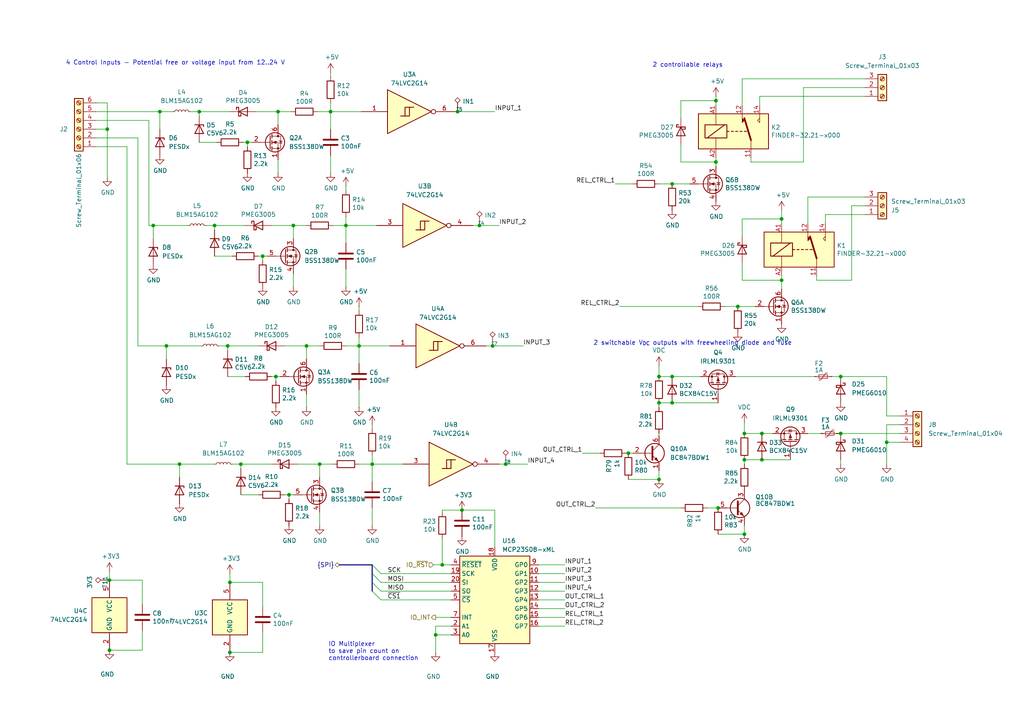
<source format=kicad_sch>
(kicad_sch (version 20250114) (generator "eeschema") (generator_version "9.0")
  (paper "A4")
  (title_block (title "HODOR (Highly flexible Open-source Door Operation Regulator)") (date "2025-02-21") (rev "00") (company "smartintech.de"))
  (text "4 Control Inputs - Potential free or voltage input from 12..24 V" (at 19.05 19.05 0) (effects (font (size 1.27 1.27)) (justify left bottom)))
  (text "2 controllable relays" (at 189.23 19.685 0) (effects (font (size 1.27 1.27)) (justify left bottom)))
  (text "2 switchable V_{DC} outputs with freewheeling diode and fuse" (at 172.085 100.33 0) (effects (font (size 1.27 1.27)) (justify left bottom)))
  (text "IO Multiplexer \nto save pin count on \ncontrollerboard connection" (at 95.25 191.77 0) (effects (font (size 1.27 1.27)) (justify left bottom)))
  (junction (at 208.28 147.32))
  (junction (at 80.01 109.22))
  (junction (at 243.84 125.73))
  (junction (at 76.2 74.295))
  (junction (at 128.27 163.83))
  (junction (at 107.95 134.62))
  (junction (at 194.945 53.34))
  (junction (at 44.45 65.405))
  (junction (at 133.985 147.955))
  (junction (at 213.995 88.9))
  (junction (at 92.71 134.62))
  (junction (at 132.715 32.385))
  (junction (at 104.14 100.33))
  (junction (at 215.9 133.35))
  (junction (at 31.115 37.465))
  (junction (at 48.26 100.33))
  (junction (at 243.84 109.22))
  (junction (at 220.98 133.35))
  (junction (at 85.09 65.405))
  (junction (at 194.945 116.84))
  (junction (at 66.675 168.91))
  (junction (at 52.07 134.62))
  (junction (at 182.245 131.445))
  (junction (at 95.885 32.385))
  (junction (at 83.82 143.51))
  (junction (at 226.695 81.28))
  (junction (at 31.75 168.275))
  (junction (at 215.9 154.94))
  (junction (at 100.33 65.405))
  (junction (at 220.98 125.73))
  (junction (at 57.785 32.385))
  (junction (at 207.645 46.99))
  (junction (at 66.675 189.23))
  (junction (at 207.645 29.21))
  (junction (at 215.9 125.73))
  (junction (at 62.23 65.405))
  (junction (at 191.135 139.065))
  (junction (at 80.645 32.385))
  (junction (at 88.9 100.33))
  (junction (at 226.695 63.5))
  (junction (at 71.755 41.275))
  (junction (at 194.945 109.22))
  (junction (at 146.685 134.62))
  (junction (at 31.75 188.595))
  (junction (at 66.04 100.33))
  (junction (at 126.365 184.15))
  (junction (at 191.135 116.84))
  (junction (at 142.875 100.33))
  (junction (at 257.175 128.27))
  (junction (at 46.355 32.385))
  (junction (at 69.85 134.62))
  (junction (at 191.135 109.22))
  (junction (at 139.065 65.405))
  (bus_entry (at 107.95 171.45) (size 2.54 2.54))
  (bus_entry (at 107.95 163.83) (size 2.54 2.54))
  (bus_entry (at 107.95 166.37) (size 2.54 2.54))
  (bus_entry (at 107.95 168.91) (size 2.54 2.54))
  (wire (pts (xy 260.985 128.27) (xy 257.175 128.27)))
  (wire (pts (xy 156.21 173.99) (xy 163.83 173.99)))
  (wire (pts (xy 69.85 134.62) (xy 78.74 134.62)))
  (wire (pts (xy 208.28 154.94) (xy 215.9 154.94)))
  (wire (pts (xy 88.9 100.33) (xy 92.71 100.33)))
  (wire (pts (xy 182.245 131.445) (xy 183.515 131.445)))
  (wire (pts (xy 41.275 168.275) (xy 41.275 175.26)))
  (wire (pts (xy 95.885 32.385) (xy 95.885 37.465)))
  (wire (pts (xy 156.21 176.53) (xy 163.83 176.53)))
  (wire (pts (xy 27.94 40.005) (xy 40.005 40.005)))
  (wire (pts (xy 191.135 106.045) (xy 191.135 109.22)))
  (wire (pts (xy 191.135 136.525) (xy 191.135 139.065)))
  (wire (pts (xy 104.14 113.03) (xy 104.14 118.11)))
  (wire (pts (xy 233.045 25.4) (xy 233.045 46.99)))
  (wire (pts (xy 215.265 63.5) (xy 215.265 68.58)))
  (wire (pts (xy 66.675 168.91) (xy 76.2 168.91)))
  (wire (pts (xy 202.565 88.9) (xy 179.705 88.9)))
  (wire (pts (xy 107.95 147.32) (xy 107.95 152.4)))
  (wire (pts (xy 207.645 27.94) (xy 207.645 29.21)))
  (wire (pts (xy 92.075 32.385) (xy 95.885 32.385)))
  (wire (pts (xy 191.135 53.34) (xy 194.945 53.34)))
  (wire (pts (xy 55.245 32.385) (xy 57.785 32.385)))
  (wire (pts (xy 100.33 78.105) (xy 100.33 83.185)))
  (wire (pts (xy 63.5 100.33) (xy 66.04 100.33)))
  (wire (pts (xy 92.71 152.4) (xy 92.71 148.59)))
  (wire (pts (xy 50.165 32.385) (xy 46.355 32.385)))
  (wire (pts (xy 57.785 32.385) (xy 66.675 32.385)))
  (wire (pts (xy 31.75 165.735) (xy 31.75 168.275)))
  (wire (pts (xy 156.21 166.37) (xy 163.83 166.37)))
  (wire (pts (xy 220.98 125.73) (xy 224.155 125.73)))
  (wire (pts (xy 194.945 116.84) (xy 208.28 116.84)))
  (wire (pts (xy 241.3 109.22) (xy 243.84 109.22)))
  (wire (pts (xy 146.685 134.62) (xy 153.035 134.62)))
  (wire (pts (xy 36.83 134.62) (xy 52.07 134.62)))
  (wire (pts (xy 197.485 46.99) (xy 197.485 41.91)))
  (wire (pts (xy 80.645 32.385) (xy 84.455 32.385)))
  (wire (pts (xy 220.98 133.35) (xy 229.235 133.35)))
  (wire (pts (xy 86.36 134.62) (xy 92.71 134.62)))
  (wire (pts (xy 82.55 143.51) (xy 83.82 143.51)))
  (wire (pts (xy 54.61 65.405) (xy 44.45 65.405)))
  (wire (pts (xy 207.645 46.99) (xy 197.485 46.99)))
  (wire (pts (xy 74.93 74.295) (xy 76.2 74.295)))
  (wire (pts (xy 172.72 147.32) (xy 197.485 147.32)))
  (wire (pts (xy 95.885 29.845) (xy 95.885 32.385)))
  (wire (pts (xy 66.04 101.6) (xy 66.04 100.33)))
  (wire (pts (xy 215.265 22.86) (xy 215.265 30.48)))
  (wire (pts (xy 143.51 158.75) (xy 143.51 147.955)))
  (wire (pts (xy 226.695 83.82) (xy 226.695 81.28)))
  (wire (pts (xy 41.275 188.595) (xy 41.275 182.88)))
  (wire (pts (xy 215.9 133.35) (xy 215.9 134.62)))
  (wire (pts (xy 31.75 168.275) (xy 41.275 168.275)))
  (wire (pts (xy 247.015 59.69) (xy 247.015 81.28)))
  (wire (pts (xy 191.135 109.22) (xy 194.945 109.22)))
  (wire (pts (xy 194.945 53.34) (xy 200.025 53.34)))
  (wire (pts (xy 128.27 147.955) (xy 133.985 147.955)))
  (wire (pts (xy 143.51 147.955) (xy 133.985 147.955)))
  (wire (pts (xy 66.675 189.23) (xy 76.2 189.23)))
  (wire (pts (xy 168.91 131.445) (xy 173.99 131.445)))
  (wire (pts (xy 27.94 37.465) (xy 31.115 37.465)))
  (wire (pts (xy 67.31 134.62) (xy 69.85 134.62)))
  (wire (pts (xy 74.295 32.385) (xy 80.645 32.385)))
  (wire (pts (xy 207.645 29.21) (xy 197.485 29.21)))
  (wire (pts (xy 48.26 100.33) (xy 48.26 104.14)))
  (wire (pts (xy 27.94 42.545) (xy 36.83 42.545)))
  (wire (pts (xy 107.95 123.19) (xy 107.95 124.46)))
  (wire (pts (xy 110.49 166.37) (xy 130.81 166.37)))
  (bus (pts (xy 107.95 163.83) (xy 98.425 163.83)))
  (wire (pts (xy 104.14 97.79) (xy 104.14 100.33)))
  (wire (pts (xy 250.825 59.69) (xy 247.015 59.69)))
  (wire (pts (xy 82.55 100.33) (xy 88.9 100.33)))
  (wire (pts (xy 110.49 173.99) (xy 130.81 173.99)))
  (wire (pts (xy 220.345 30.48) (xy 220.345 27.94)))
  (wire (pts (xy 239.395 62.23) (xy 239.395 64.77)))
  (wire (pts (xy 257.175 120.65) (xy 260.985 120.65)))
  (wire (pts (xy 88.9 104.14) (xy 88.9 100.33)))
  (wire (pts (xy 220.345 27.94) (xy 250.825 27.94)))
  (wire (pts (xy 125.73 163.83) (xy 128.27 163.83)))
  (wire (pts (xy 126.365 181.61) (xy 126.365 184.15)))
  (wire (pts (xy 43.18 65.405) (xy 44.45 65.405)))
  (wire (pts (xy 260.985 123.19) (xy 257.175 123.19)))
  (wire (pts (xy 181.61 131.445) (xy 182.245 131.445)))
  (wire (pts (xy 107.95 132.08) (xy 107.95 134.62)))
  (wire (pts (xy 80.645 50.165) (xy 80.645 46.355)))
  (wire (pts (xy 104.14 134.62) (xy 107.95 134.62)))
  (wire (pts (xy 36.83 42.545) (xy 36.83 134.62)))
  (wire (pts (xy 226.695 63.5) (xy 226.695 64.77)))
  (wire (pts (xy 43.18 34.925) (xy 43.18 65.405)))
  (wire (pts (xy 100.33 65.405) (xy 109.22 65.405)))
  (wire (pts (xy 137.16 65.405) (xy 139.065 65.405)))
  (wire (pts (xy 156.21 171.45) (xy 163.83 171.45)))
  (wire (pts (xy 130.81 181.61) (xy 126.365 181.61)))
  (wire (pts (xy 215.9 133.35) (xy 220.98 133.35)))
  (wire (pts (xy 183.515 53.34) (xy 178.435 53.34)))
  (wire (pts (xy 31.115 37.465) (xy 31.115 51.435)))
  (wire (pts (xy 69.85 135.89) (xy 69.85 134.62)))
  (wire (pts (xy 226.695 63.5) (xy 215.265 63.5)))
  (wire (pts (xy 76.2 75.565) (xy 76.2 74.295)))
  (wire (pts (xy 100.33 65.405) (xy 100.33 70.485)))
  (wire (pts (xy 92.71 138.43) (xy 92.71 134.62)))
  (wire (pts (xy 78.74 109.22) (xy 80.01 109.22)))
  (wire (pts (xy 250.825 25.4) (xy 233.045 25.4)))
  (wire (pts (xy 104.14 100.33) (xy 104.14 105.41)))
  (wire (pts (xy 128.27 148.59) (xy 128.27 147.955)))
  (wire (pts (xy 213.995 88.9) (xy 219.075 88.9)))
  (wire (pts (xy 107.95 134.62) (xy 116.84 134.62)))
  (wire (pts (xy 207.645 46.99) (xy 207.645 48.26)))
  (wire (pts (xy 74.93 143.51) (xy 69.85 143.51)))
  (wire (pts (xy 233.045 46.99) (xy 217.805 46.99)))
  (wire (pts (xy 27.94 29.845) (xy 31.115 29.845)))
  (wire (pts (xy 210.185 88.9) (xy 213.995 88.9)))
  (wire (pts (xy 139.065 65.405) (xy 144.78 65.405)))
  (wire (pts (xy 217.805 46.99) (xy 217.805 45.72)))
  (wire (pts (xy 95.885 45.085) (xy 95.885 50.165)))
  (wire (pts (xy 104.14 88.9) (xy 104.14 90.17)))
  (wire (pts (xy 191.135 116.84) (xy 194.945 116.84)))
  (wire (pts (xy 191.135 125.73) (xy 191.135 126.365)))
  (wire (pts (xy 226.695 81.28) (xy 215.265 81.28)))
  (wire (pts (xy 67.31 74.295) (xy 62.23 74.295)))
  (wire (pts (xy 85.09 83.185) (xy 85.09 79.375)))
  (wire (pts (xy 243.205 125.73) (xy 243.84 125.73)))
  (wire (pts (xy 100.33 62.865) (xy 100.33 65.405)))
  (wire (pts (xy 58.42 100.33) (xy 48.26 100.33)))
  (wire (pts (xy 126.365 179.07) (xy 130.81 179.07)))
  (wire (pts (xy 83.82 144.78) (xy 83.82 143.51)))
  (wire (pts (xy 96.52 65.405) (xy 100.33 65.405)))
  (wire (pts (xy 27.94 34.925) (xy 43.18 34.925)))
  (wire (pts (xy 126.365 184.15) (xy 126.365 189.23)))
  (wire (pts (xy 40.005 100.33) (xy 48.26 100.33)))
  (wire (pts (xy 110.49 168.91) (xy 130.81 168.91)))
  (wire (pts (xy 62.23 65.405) (xy 71.12 65.405)))
  (wire (pts (xy 226.695 60.96) (xy 226.695 63.5)))
  (wire (pts (xy 236.855 81.28) (xy 236.855 80.01)))
  (wire (pts (xy 46.355 32.385) (xy 46.355 37.465)))
  (bus (pts (xy 107.95 163.83) (xy 107.95 166.37)))
  (wire (pts (xy 215.265 22.86) (xy 250.825 22.86)))
  (wire (pts (xy 27.94 32.385) (xy 46.355 32.385)))
  (wire (pts (xy 40.005 40.005) (xy 40.005 100.33)))
  (wire (pts (xy 132.715 32.385) (xy 143.51 32.385)))
  (wire (pts (xy 207.645 29.21) (xy 207.645 30.48)))
  (wire (pts (xy 213.36 109.22) (xy 236.22 109.22)))
  (wire (pts (xy 71.755 42.545) (xy 71.755 41.275)))
  (wire (pts (xy 215.265 81.28) (xy 215.265 76.2)))
  (wire (pts (xy 243.84 134.62) (xy 243.84 133.35)))
  (wire (pts (xy 243.84 125.73) (xy 260.985 125.73)))
  (wire (pts (xy 110.49 171.45) (xy 130.81 171.45)))
  (wire (pts (xy 80.645 36.195) (xy 80.645 32.385)))
  (wire (pts (xy 234.315 125.73) (xy 238.125 125.73)))
  (wire (pts (xy 156.21 181.61) (xy 163.83 181.61)))
  (wire (pts (xy 215.9 152.4) (xy 215.9 154.94)))
  (wire (pts (xy 126.365 184.15) (xy 130.81 184.15)))
  (wire (pts (xy 144.78 134.62) (xy 146.685 134.62)))
  (wire (pts (xy 194.945 109.22) (xy 203.2 109.22)))
  (wire (pts (xy 44.45 65.405) (xy 44.45 69.215)))
  (wire (pts (xy 85.09 65.405) (xy 88.9 65.405)))
  (wire (pts (xy 128.27 163.83) (xy 130.81 163.83)))
  (wire (pts (xy 31.75 188.595) (xy 41.275 188.595)))
  (wire (pts (xy 78.74 65.405) (xy 85.09 65.405)))
  (bus (pts (xy 107.95 168.91) (xy 107.95 171.45)))
  (wire (pts (xy 76.2 168.91) (xy 76.2 175.895)))
  (bus (pts (xy 107.95 166.37) (xy 107.95 168.91)))
  (wire (pts (xy 52.07 134.62) (xy 52.07 138.43)))
  (wire (pts (xy 234.315 57.15) (xy 234.315 64.77)))
  (wire (pts (xy 191.135 116.84) (xy 191.135 118.11)))
  (wire (pts (xy 88.9 118.11) (xy 88.9 114.3)))
  (wire (pts (xy 76.2 189.23) (xy 76.2 183.515)))
  (wire (pts (xy 250.825 57.15) (xy 234.315 57.15)))
  (wire (pts (xy 100.33 100.33) (xy 104.14 100.33)))
  (wire (pts (xy 243.84 109.22) (xy 257.175 109.22)))
  (wire (pts (xy 71.12 109.22) (xy 66.04 109.22)))
  (wire (pts (xy 257.175 109.22) (xy 257.175 120.65)))
  (wire (pts (xy 104.14 100.33) (xy 113.03 100.33)))
  (wire (pts (xy 156.21 179.07) (xy 163.83 179.07)))
  (wire (pts (xy 76.2 74.295) (xy 77.47 74.295)))
  (wire (pts (xy 57.785 33.655) (xy 57.785 32.385)))
  (wire (pts (xy 226.695 81.28) (xy 226.695 80.01)))
  (wire (pts (xy 83.82 143.51) (xy 85.09 143.51)))
  (wire (pts (xy 70.485 41.275) (xy 71.755 41.275)))
  (wire (pts (xy 257.175 128.27) (xy 257.175 134.62)))
  (wire (pts (xy 107.95 134.62) (xy 107.95 139.7)))
  (wire (pts (xy 95.885 32.385) (xy 104.775 32.385)))
  (wire (pts (xy 140.97 100.33) (xy 142.875 100.33)))
  (wire (pts (xy 128.27 156.21) (xy 128.27 163.83)))
  (wire (pts (xy 250.825 62.23) (xy 239.395 62.23)))
  (wire (pts (xy 215.9 122.555) (xy 215.9 125.73)))
  (wire (pts (xy 80.01 110.49) (xy 80.01 109.22)))
  (wire (pts (xy 257.175 123.19) (xy 257.175 128.27)))
  (wire (pts (xy 92.71 134.62) (xy 96.52 134.62)))
  (wire (pts (xy 100.33 53.975) (xy 100.33 55.245)))
  (wire (pts (xy 205.105 147.32) (xy 208.28 147.32)))
  (wire (pts (xy 59.69 65.405) (xy 62.23 65.405)))
  (wire (pts (xy 142.875 100.33) (xy 151.765 100.33)))
  (wire (pts (xy 62.865 41.275) (xy 57.785 41.275)))
  (wire (pts (xy 215.9 125.73) (xy 220.98 125.73)))
  (wire (pts (xy 62.23 134.62) (xy 52.07 134.62)))
  (wire (pts (xy 191.135 139.065) (xy 182.245 139.065)))
  (wire (pts (xy 85.09 69.215) (xy 85.09 65.405)))
  (wire (pts (xy 95.885 20.955) (xy 95.885 22.225)))
  (wire (pts (xy 62.23 66.675) (xy 62.23 65.405)))
  (wire (pts (xy 66.04 100.33) (xy 74.93 100.33)))
  (wire (pts (xy 197.485 29.21) (xy 197.485 34.29)))
  (wire (pts (xy 71.755 41.275) (xy 73.025 41.275)))
  (wire (pts (xy 156.21 163.83) (xy 163.83 163.83)))
  (wire (pts (xy 247.015 81.28) (xy 236.855 81.28)))
  (wire (pts (xy 66.675 168.91) (xy 66.675 166.37)))
  (wire (pts (xy 80.01 109.22) (xy 81.28 109.22)))
  (wire (pts (xy 207.645 45.72) (xy 207.645 46.99)))
  (wire (pts (xy 31.115 29.845) (xy 31.115 37.465)))
  (wire (pts (xy 156.21 168.91) (xy 163.83 168.91)))
  (label "OUT_CTRL_2" (at 172.72 147.32 180))
  (label "INPUT_2" (at 144.78 65.405 0))
  (label "INPUT_4" (at 153.035 134.62 0))
  (label "INPUT_1" (at 143.51 32.385 0))
  (label "MISO" (at 112.395 171.45 0))
  (label "INPUT_3" (at 151.765 100.33 0))
  (label "SCK" (at 112.395 166.37 0))
  (label "REL_CTRL_2" (at 179.705 88.9 180))
  (label "INPUT_4" (at 163.83 171.45 0))
  (label "REL_CTRL_1" (at 178.435 53.34 180))
  (label "MOSI" (at 112.395 168.91 0))
  (label "OUT_CTRL_1" (at 163.83 173.99 0))
  (label "REL_CTRL_1" (at 163.83 179.07 0))
  (label "OUT_CTRL_1" (at 168.91 131.445 180))
  (label "INPUT_1" (at 163.83 163.83 0))
  (label "OUT_CTRL_2" (at 163.83 176.53 0))
  (label "INPUT_3" (at 163.83 168.91 0))
  (label "INPUT_2" (at 163.83 166.37 0))
  (label "REL_CTRL_2" (at 163.83 181.61 0))
  (label "~{CS1}" (at 112.395 173.99 0))
  (hierarchical_label "IO_INT" (shape output) (at 126.365 179.07 180))
  (hierarchical_label "{SPI}" (shape bidirectional) (at 98.425 163.83 180))
  (hierarchical_label "IO_~{RST}" (shape input) (at 125.73 163.83 180))
  (symbol (lib_id "Device:D_Schottky") (at 197.485 38.1 90) (mirror x) (unit 1)
    (property "Reference" "D27" (at 195.453 36.9316 90) (effects (justify left)))
    (property "Value" "PMEG3005" (at 195.453 39.243 90) (effects (justify left)))
    (property "Footprint" "Diode_SMD:D_SOD-523" (effects (hide yes)))
    (property "Description" "Schottky diode" (effects (hide yes)))
  )
  (symbol (lib_id "Device:D_Schottky") (at 215.265 72.39 90) (mirror x) (unit 1)
    (property "Reference" "D26" (at 213.233 71.2216 90) (effects (justify left)))
    (property "Value" "PMEG3005" (at 213.233 73.533 90) (effects (justify left)))
    (property "Footprint" "Diode_SMD:D_SOD-523" (effects (hide yes)))
    (property "Description" "Schottky diode" (effects (hide yes)))
  )
  (symbol (lib_id "power:GND") (at 226.695 93.98 0) (unit 1)
    (property "Reference" "#PWR046" (effects (hide yes)))
    (property "Value" "GND" (at 226.822 98.3742 0))
    (property "Description" "Power symbol creates a global label with name \"GND\" , ground" (effects (hide yes)))
  )
  (symbol (lib_id "Transistor_FET:FDG1024NZ") (at 224.155 88.9 0) (unit 1)
    (property "Reference" "Q6" (at 229.362 87.7316 0) (effects (justify left)))
    (property "Value" "BSS138DW" (at 229.362 90.043 0) (effects (justify left)))
    (property "Footprint" "Package_TO_SOT_SMD:SOT-363_SC-70-6" (effects (hide yes)))
    (property "Datasheet" "https://www.onsemi.com/pub/Collateral/FDG1024NZ-D.pdf" (effects (hide yes)))
    (property "Description" "1.2A Id, 20V Vds, Dual N-Channel MOSFET, 175mOhm Ron, SC-70-6" (effects (hide yes)))
  )
  (symbol (lib_id "power:+5V") (at 226.695 60.96 0) (unit 1)
    (property "Reference" "#PWR045" (effects (hide yes)))
    (property "Value" "+5V" (at 227.076 56.5658 0))
    (property "Description" "Power symbol creates a global label with name \"+5V\"" (effects (hide yes)))
  )
  (symbol (lib_id "Device:R") (at 194.945 57.15 0) (unit 1)
    (property "Reference" "R53" (at 196.723 55.9816 0) (effects (justify left)))
    (property "Value" "20k" (at 196.723 58.293 0) (effects (justify left)))
    (property "Footprint" "Resistor_SMD:R_0402_1005Metric" (effects (hide yes)))
    (property "Description" "Resistor" (effects (hide yes)))
  )
  (symbol (lib_id "Device:R") (at 213.995 92.71 0) (unit 1)
    (property "Reference" "R55" (at 215.773 91.5416 0) (effects (justify left)))
    (property "Value" "20k" (at 215.773 93.853 0) (effects (justify left)))
    (property "Footprint" "Resistor_SMD:R_0402_1005Metric" (effects (hide yes)))
    (property "Description" "Resistor" (effects (hide yes)))
  )
  (symbol (lib_id "Device:R") (at 206.375 88.9 270) (unit 1)
    (property "Reference" "R56" (at 206.375 83.6422 90))
    (property "Value" "100R" (at 206.375 85.9536 90))
    (property "Footprint" "Resistor_SMD:R_0402_1005Metric" (effects (hide yes)))
    (property "Description" "Resistor" (effects (hide yes)))
  )
  (symbol (lib_id "Device:R") (at 187.325 53.34 270) (unit 1)
    (property "Reference" "R54" (at 187.325 48.0822 90))
    (property "Value" "100R" (at 187.325 50.3936 90))
    (property "Footprint" "Resistor_SMD:R_0402_1005Metric" (effects (hide yes)))
    (property "Description" "Resistor" (effects (hide yes)))
  )
  (symbol (lib_id "Device:R") (at 66.675 41.275 270) (unit 1)
    (property "Reference" "R5" (at 66.675 36.0172 90))
    (property "Value" "2.2k" (at 66.675 38.3286 90))
    (property "Footprint" "Resistor_SMD:R_0402_1005Metric" (effects (hide yes)))
    (property "Description" "Resistor" (effects (hide yes)))
  )
  (symbol (lib_id "Device:R") (at 95.885 26.035 0) (unit 1)
    (property "Reference" "R12" (at 97.663 24.8666 0) (effects (justify left)))
    (property "Value" "10k" (at 97.663 27.178 0) (effects (justify left)))
    (property "Footprint" "Resistor_SMD:R_0402_1005Metric" (effects (hide yes)))
    (property "Description" "Resistor" (effects (hide yes)))
  )
  (symbol (lib_id "Transistor_FET:FDG1024NZ") (at 205.105 53.34 0) (unit 2)
    (property "Reference" "Q6" (at 210.312 52.1716 0) (effects (justify left)))
    (property "Value" "BSS138DW" (at 210.312 54.483 0) (effects (justify left)))
    (property "Footprint" "Package_TO_SOT_SMD:SOT-363_SC-70-6" (effects (hide yes)))
    (property "Datasheet" "https://www.onsemi.com/pub/Collateral/FDG1024NZ-D.pdf" (effects (hide yes)))
    (property "Description" "1.2A Id, 20V Vds, Dual N-Channel MOSFET, 175mOhm Ron, SC-70-6" (effects (hide yes)))
  )
  (symbol (lib_id "Device:D_Schottky") (at 70.485 32.385 0) (unit 1)
    (property "Reference" "D4" (at 70.485 26.8732 0))
    (property "Value" "PMEG3005" (at 70.485 29.1846 0))
    (property "Footprint" "Diode_SMD:D_SOD-523" (effects (hide yes)))
    (property "Description" "Schottky diode" (effects (hide yes)))
  )
  (symbol (lib_id "Device:C") (at 95.885 41.275 0) (unit 1)
    (property "Reference" "C3" (at 98.806 40.1066 0) (effects (justify left)))
    (property "Value" "100nF" (at 98.806 42.418 0) (effects (justify left)))
    (property "Footprint" "Capacitor_SMD:C_0402_1005Metric" (effects (hide yes)))
    (property "Description" "Unpolarized capacitor" (effects (hide yes)))
  )
  (symbol (lib_id "Device:D_Zener") (at 57.785 37.465 270) (unit 1)
    (property "Reference" "D5" (at 59.817 36.2966 90) (effects (justify left)))
    (property "Value" "C5V6" (at 59.817 38.608 90) (effects (justify left)))
    (property "Footprint" "Diode_SMD:D_SOD-523" (effects (hide yes)))
    (property "Description" "Zener diode" (effects (hide yes)))
  )
  (symbol (lib_id "Device:R") (at 71.755 46.355 0) (unit 1)
    (property "Reference" "R13" (at 73.533 45.1866 0) (effects (justify left)))
    (property "Value" "2.2k" (at 73.533 47.498 0) (effects (justify left)))
    (property "Footprint" "Resistor_SMD:R_0402_1005Metric" (effects (hide yes)))
    (property "Description" "Resistor" (effects (hide yes)))
  )
  (symbol (lib_id "Device:R") (at 88.265 32.385 270) (unit 1)
    (property "Reference" "R4" (at 88.265 27.1272 90))
    (property "Value" "100R" (at 88.265 29.4386 90))
    (property "Footprint" "Resistor_SMD:R_0402_1005Metric" (effects (hide yes)))
    (property "Description" "Resistor" (effects (hide yes)))
  )
  (symbol (lib_id "power:+5V") (at 95.885 20.955 0) (unit 1)
    (property "Reference" "#PWR029" (effects (hide yes)))
    (property "Value" "+5V" (at 96.266 16.5608 0))
    (property "Description" "Power symbol creates a global label with name \"+5V\"" (effects (hide yes)))
  )
  (symbol (lib_id "power:GND") (at 80.645 50.165 0) (unit 1)
    (property "Reference" "#PWR022" (effects (hide yes)))
    (property "Value" "GND" (at 80.772 54.5592 0))
    (property "Description" "Power symbol creates a global label with name \"GND\" , ground" (effects (hide yes)))
  )
  (symbol (lib_id "power:GND") (at 95.885 50.165 0) (unit 1)
    (property "Reference" "#PWR030" (effects (hide yes)))
    (property "Value" "GND" (at 96.012 54.5592 0))
    (property "Description" "Power symbol creates a global label with name \"GND\" , ground" (effects (hide yes)))
  )
  (symbol (lib_id "Device:C") (at 76.2 179.705 0) (unit 1)
    (property "Reference" "C4" (at 79.121 178.5366 0) (effects (justify left)))
    (property "Value" "100nF" (at 79.121 180.848 0) (effects (justify left)))
    (property "Footprint" "Capacitor_SMD:C_0402_1005Metric" (effects (hide yes)))
    (property "Description" "Unpolarized capacitor" (effects (hide yes)))
  )
  (symbol (lib_id "power:+3V3") (at 66.675 166.37 0) (unit 1)
    (property "Reference" "#PWR033" (effects (hide yes)))
    (property "Value" "+3V3" (at 67.056 161.9758 0))
    (property "Description" "Power symbol creates a global label with name \"+3V3\"" (effects (hide yes)))
  )
  (symbol (lib_id "power:GND") (at 66.675 189.23 0) (unit 1)
    (property "Reference" "#PWR034" (effects (hide yes)))
    (property "Value" "GND" (at 66.04 196.215 0))
    (property "Description" "Power symbol creates a global label with name \"GND\" , ground" (effects (hide yes)))
  )
  (symbol (lib_id "Device:R") (at 71.12 74.295 270) (unit 1)
    (property "Reference" "R6" (at 71.12 69.0372 90))
    (property "Value" "2.2k" (at 71.12 71.3486 90))
    (property "Footprint" "Resistor_SMD:R_0402_1005Metric" (effects (hide yes)))
    (property "Description" "Resistor" (effects (hide yes)))
  )
  (symbol (lib_id "Device:R") (at 100.33 59.055 0) (unit 1)
    (property "Reference" "R14" (at 102.108 57.8866 0) (effects (justify left)))
    (property "Value" "10k" (at 102.108 60.198 0) (effects (justify left)))
    (property "Footprint" "Resistor_SMD:R_0402_1005Metric" (effects (hide yes)))
    (property "Description" "Resistor" (effects (hide yes)))
  )
  (symbol (lib_id "Device:D_Schottky") (at 74.93 65.405 0) (unit 1)
    (property "Reference" "D7" (at 74.93 59.8932 0))
    (property "Value" "PMEG3005" (at 74.93 62.2046 0))
    (property "Footprint" "Diode_SMD:D_SOD-523" (effects (hide yes)))
    (property "Description" "Schottky diode" (effects (hide yes)))
  )
  (symbol (lib_id "Device:C") (at 100.33 74.295 0) (unit 1)
    (property "Reference" "C5" (at 103.251 73.1266 0) (effects (justify left)))
    (property "Value" "100nF" (at 103.251 75.438 0) (effects (justify left)))
    (property "Footprint" "Capacitor_SMD:C_0402_1005Metric" (effects (hide yes)))
    (property "Description" "Unpolarized capacitor" (effects (hide yes)))
  )
  (symbol (lib_id "Device:D_Zener") (at 62.23 70.485 270) (unit 1)
    (property "Reference" "D9" (at 64.262 69.3166 90) (effects (justify left)))
    (property "Value" "C5V6" (at 64.262 71.628 90) (effects (justify left)))
    (property "Footprint" "Diode_SMD:D_SOD-523" (effects (hide yes)))
    (property "Description" "Zener diode" (effects (hide yes)))
  )
  (symbol (lib_id "Device:R") (at 76.2 79.375 0) (unit 1)
    (property "Reference" "R15" (at 77.978 78.2066 0) (effects (justify left)))
    (property "Value" "2.2k" (at 77.978 80.518 0) (effects (justify left)))
    (property "Footprint" "Resistor_SMD:R_0402_1005Metric" (effects (hide yes)))
    (property "Description" "Resistor" (effects (hide yes)))
  )
  (symbol (lib_id "Device:R") (at 92.71 65.405 270) (unit 1)
    (property "Reference" "R7" (at 92.71 60.1472 90))
    (property "Value" "100R" (at 92.71 62.4586 90))
    (property "Footprint" "Resistor_SMD:R_0402_1005Metric" (effects (hide yes)))
    (property "Description" "Resistor" (effects (hide yes)))
  )
  (symbol (lib_id "power:+5V") (at 100.33 53.975 0) (unit 1)
    (property "Reference" "#PWR031" (effects (hide yes)))
    (property "Value" "+5V" (at 100.711 49.5808 0))
    (property "Description" "Power symbol creates a global label with name \"+5V\"" (effects (hide yes)))
  )
  (symbol (lib_id "power:GND") (at 85.09 83.185 0) (unit 1)
    (property "Reference" "#PWR028" (effects (hide yes)))
    (property "Value" "GND" (at 85.217 87.5792 0))
    (property "Description" "Power symbol creates a global label with name \"GND\" , ground" (effects (hide yes)))
  )
  (symbol (lib_id "power:GND") (at 100.33 83.185 0) (unit 1)
    (property "Reference" "#PWR032" (effects (hide yes)))
    (property "Value" "GND" (at 100.457 87.5792 0))
    (property "Description" "Power symbol creates a global label with name \"GND\" , ground" (effects (hide yes)))
  )
  (symbol (lib_id "power:GND") (at 76.2 83.185 0) (unit 1)
    (property "Reference" "#PWR023" (effects (hide yes)))
    (property "Value" "GND" (at 76.327 87.5792 0))
    (property "Description" "Power symbol creates a global label with name \"GND\" , ground" (effects (hide yes)))
  )
  (symbol (lib_id "Connector:TestPoint_Alt") (at 31.75 168.275 90) (unit 1) (in_bom no)
    (property "Reference" "T11" (at 30.48 167.005 0) (effects (justify right)))
    (property "Value" "3V3" (at 26.035 167.005 0) (effects (justify right)))
    (property "Footprint" "TestPoint:TestPoint_Pad_D1.0mm" (effects (hide yes)))
    (property "Description" "test point (alternative shape)" (effects (hide yes)))
  )
  (symbol (lib_id "Relay:FINDER-32.21-x000") (at 212.725 38.1 0) (unit 1)
    (property "Reference" "K2" (at 223.647 36.9316 0) (effects (justify left)))
    (property "Value" "FINDER-32.21-x000" (at 223.647 39.243 0) (effects (justify left)))
    (property "Footprint" "Relay_THT:Relay_SPDT_Finder_32.21-x000" (effects (hide yes)))
    (property "Datasheet" "https://gfinder.findernet.com/assets/Series/355/S32EN.pdf" (effects (hide yes)))
    (property "Description" "FINDER 32.21-x000, Single Pole Relay, 6A" (effects (hide yes)))
  )
  (symbol (lib_id "Relay:FINDER-32.21-x000") (at 231.775 72.39 0) (unit 1)
    (property "Reference" "K1" (at 242.697 71.2216 0) (effects (justify left)))
    (property "Value" "FINDER-32.21-x000" (at 242.697 73.533 0) (effects (justify left)))
    (property "Footprint" "Relay_THT:Relay_SPDT_Finder_32.21-x000" (effects (hide yes)))
    (property "Datasheet" "https://gfinder.findernet.com/assets/Series/355/S32EN.pdf" (effects (hide yes)))
    (property "Description" "FINDER 32.21-x000, Single Pole Relay, 6A" (effects (hide yes)))
  )
  (symbol (lib_id "power:GND") (at 207.645 58.42 0) (unit 1)
    (property "Reference" "#PWR043" (effects (hide yes)))
    (property "Value" "GND" (at 207.772 62.8142 0))
    (property "Description" "Power symbol creates a global label with name \"GND\" , ground" (effects (hide yes)))
  )
  (symbol (lib_id "power:GND") (at 143.51 189.23 0) (unit 1)
    (property "Reference" "#PWR060" (effects (hide yes)))
    (property "Value" "GND" (at 142.875 196.215 0))
    (property "Description" "Power symbol creates a global label with name \"GND\" , ground" (effects (hide yes)))
  )
  (symbol (lib_id "power:+3V3") (at 31.75 165.735 0) (unit 1)
    (property "Reference" "#PWR041" (effects (hide yes)))
    (property "Value" "+3V3" (at 32.131 161.3408 0))
    (property "Description" "Power symbol creates a global label with name \"+3V3\"" (effects (hide yes)))
  )
  (symbol (lib_id "power:+3V3") (at 133.985 147.955 0) (unit 1)
    (property "Reference" "#PWR0137" (effects (hide yes)))
    (property "Value" "+3V3" (at 134.366 143.5608 0))
    (property "Description" "Power symbol creates a global label with name \"+3V3\"" (effects (hide yes)))
  )
  (symbol (lib_id "Device:Polyfuse_Small") (at 240.665 125.73 90) (unit 1)
    (property "Reference" "F3" (at 239.395 121.92 90))
    (property "Value" "1A" (at 239.395 123.825 90))
    (property "Footprint" "Fuse:Fuse_1210_3225Metric" (effects (hide yes)))
    (property "Description" "Resettable fuse, polymeric positive temperature coefficient, small symbol" (effects (hide yes)))
  )
  (symbol (lib_id "Transistor_FET:IRLML9301") (at 229.235 128.27 270) (mirror x) (unit 1)
    (property "Reference" "Q9" (at 229.235 118.745 90))
    (property "Value" "IRLML9301" (at 229.235 121.285 90))
    (property "Footprint" "Package_TO_SOT_SMD:SOT-23" (effects (hide yes)))
    (property "Datasheet" "https://www.infineon.com/dgdl/irlml9301pbf.pdf?fileId=5546d462533600a401535668e5e42640" (effects (hide yes)))
    (property "Description" "-3.6A Id, -30V Vds, 64mOhm Rds, P-Channel HEXFET Power MOSFET, SOT-23" (effects (hide yes)))
  )
  (symbol (lib_id "Device:D_Schottky") (at 78.74 100.33 0) (unit 1)
    (property "Reference" "D12" (at 78.74 94.8182 0))
    (property "Value" "PMEG3005" (at 78.74 97.1296 0))
    (property "Footprint" "Diode_SMD:D_SOD-523" (effects (hide yes)))
    (property "Description" "Schottky diode" (effects (hide yes)))
  )
  (symbol (lib_id "Device:R") (at 100.33 134.62 270) (unit 1)
    (property "Reference" "R11" (at 100.33 129.3622 90))
    (property "Value" "100R" (at 100.33 131.6736 90))
    (property "Footprint" "Resistor_SMD:R_0402_1005Metric" (effects (hide yes)))
    (property "Description" "Resistor" (effects (hide yes)))
  )
  (symbol (lib_id "Device:C") (at 133.985 151.765 0) (unit 1)
    (property "Reference" "C11" (at 136.906 150.5966 0) (effects (justify left)))
    (property "Value" "100nF" (at 136.906 152.908 0) (effects (justify left)))
    (property "Footprint" "Capacitor_SMD:C_0402_1005Metric" (effects (hide yes)))
    (property "Description" "Unpolarized capacitor" (effects (hide yes)))
  )
  (symbol (lib_id "74xGxx:74LVC2G14") (at 31.75 178.435 0) (mirror y) (unit 3)
    (property "Reference" "U4" (at 25.4 177.1649 0) (effects (justify left)))
    (property "Value" "74LVC2G14" (at 25.4 179.7049 0) (effects (justify left)))
    (property "Footprint" "Package_TO_SOT_SMD:SOT-23-6" (effects (hide yes)))
    (property "Datasheet" "https://www.ti.com/lit/ds/symlink/sn74lvc2g14.pdf" (effects (hide yes)))
    (property "Description" "Dual NOT Gate, Schmitt Triggered, Low-Voltage CMOS" (effects (hide yes)))
  )
  (symbol (lib_id "74xGxx:74LVC2G14") (at 124.46 65.405 0) (unit 2)
    (property "Reference" "U3" (at 123.19 53.975 0))
    (property "Value" "74LVC2G14" (at 123.19 56.515 0))
    (property "Footprint" "Package_TO_SOT_SMD:SOT-23-6" (effects (hide yes)))
    (property "Datasheet" "https://www.ti.com/lit/ds/symlink/sn74lvc2g14.pdf" (effects (hide yes)))
    (property "Description" "Dual NOT Gate, Schmitt Triggered, Low-Voltage CMOS" (effects (hide yes)))
  )
  (symbol (lib_id "power:GND") (at 194.945 60.96 0) (unit 1)
    (property "Reference" "#PWR026" (effects (hide yes)))
    (property "Value" "GND" (at 195.072 65.3542 0))
    (property "Description" "Power symbol creates a global label with name \"GND\" , ground" (effects (hide yes)))
  )
  (symbol (lib_id "power:GND") (at 31.75 188.595 0) (unit 1)
    (property "Reference" "#PWR042" (effects (hide yes)))
    (property "Value" "GND" (at 31.115 195.58 0))
    (property "Description" "Power symbol creates a global label with name \"GND\" , ground" (effects (hide yes)))
  )
  (symbol (lib_id "Device:C") (at 41.275 179.07 0) (unit 1)
    (property "Reference" "C8" (at 44.196 177.9016 0) (effects (justify left)))
    (property "Value" "100nF" (at 44.196 180.213 0) (effects (justify left)))
    (property "Footprint" "Capacitor_SMD:C_0402_1005Metric" (effects (hide yes)))
    (property "Description" "Unpolarized capacitor" (effects (hide yes)))
  )
  (symbol (lib_id "Transistor_FET:IRLML9301") (at 208.28 111.76 270) (mirror x) (unit 1)
    (property "Reference" "Q4" (at 208.28 102.235 90))
    (property "Value" "IRLML9301" (at 208.28 104.775 90))
    (property "Footprint" "Package_TO_SOT_SMD:SOT-23" (effects (hide yes)))
    (property "Datasheet" "https://www.infineon.com/dgdl/irlml9301pbf.pdf?fileId=5546d462533600a401535668e5e42640" (effects (hide yes)))
    (property "Description" "-3.6A Id, -30V Vds, 64mOhm Rds, P-Channel HEXFET Power MOSFET, SOT-23" (effects (hide yes)))
  )
  (symbol (lib_id "power:GND") (at 243.84 134.62 0) (unit 1)
    (property "Reference" "#PWR0107" (effects (hide yes)))
    (property "Value" "GND" (at 243.967 139.0142 0))
    (property "Description" "Power symbol creates a global label with name \"GND\" , ground" (effects (hide yes)))
  )
  (symbol (lib_id "Device:R") (at 96.52 100.33 270) (unit 1)
    (property "Reference" "R9" (at 96.52 95.0722 90))
    (property "Value" "100R" (at 96.52 97.3836 90))
    (property "Footprint" "Resistor_SMD:R_0402_1005Metric" (effects (hide yes)))
    (property "Description" "Resistor" (effects (hide yes)))
  )
  (symbol (lib_id "Device:D_Schottky") (at 243.84 113.03 270) (unit 1)
    (property "Reference" "D25" (at 247.015 111.4424 90) (effects (justify left)))
    (property "Value" "PMEG6010" (at 247.015 113.9824 90) (effects (justify left)))
    (property "Footprint" "Diode_SMD:D_SOD-123F" (effects (hide yes)))
    (property "Description" "Schottky diode" (effects (hide yes)))
  )
  (symbol (lib_id "74xGxx:74LVC2G14") (at 66.675 179.07 0) (mirror y) (unit 3)
    (property "Reference" "U3" (at 60.325 177.7999 0) (effects (justify left)))
    (property "Value" "74LVC2G14" (at 60.325 180.3399 0) (effects (justify left)))
    (property "Footprint" "Package_TO_SOT_SMD:SOT-23-6" (effects (hide yes)))
    (property "Datasheet" "https://www.ti.com/lit/ds/symlink/sn74lvc2g14.pdf" (effects (hide yes)))
    (property "Description" "Dual NOT Gate, Schmitt Triggered, Low-Voltage CMOS" (effects (hide yes)))
  )
  (symbol (lib_id "Transistor_BJT:BC847BDW1") (at 188.595 131.445 0) (unit 1)
    (property "Reference" "Q10" (at 194.31 130.1749 0) (effects (justify left)))
    (property "Value" "BC847BDW1" (at 194.31 132.7149 0) (effects (justify left)))
    (property "Footprint" "Package_TO_SOT_SMD:SOT-363_SC-70-6" (effects (hide yes)))
    (property "Datasheet" "http://www.onsemi.com/pub_link/Collateral/BC846BDW1T1-D.PDF" (effects (hide yes)))
    (property "Description" "100mA IC, 45V Vce, Dual NPN/NPN Transistors, SOT-363" (effects (hide yes)))
  )
  (symbol (lib_id "Diode:PTVS26VZ1USK") (at 46.355 41.275 270) (unit 1)
    (property "Reference" "D6" (at 48.895 40.0049 90) (effects (justify left)))
    (property "Value" "PESDx" (at 48.895 42.5449 90) (effects (justify left)))
    (property "Footprint" "Diode_SMD:D_SOD-523" (effects (hide yes)))
    (property "Datasheet" "https://assets.nexperia.com/documents/data-sheet/PTVS26VZ1USK.pdf" (effects (hide yes)))
    (property "Description" "26V, 1850W TVS unidirectional diode, DSN1608-2" (effects (hide yes)))
  )
  (symbol (lib_id "power:GND") (at 44.45 76.835 0) (unit 1)
    (property "Reference" "#PWR064" (effects (hide yes)))
    (property "Value" "GND" (at 44.577 81.2292 0))
    (property "Description" "Power symbol creates a global label with name \"GND\" , ground" (effects (hide yes)))
  )
  (symbol (lib_id "Transistor_FET:FDG1024NZ") (at 86.36 109.22 0) (unit 1)
    (property "Reference" "Q3" (at 92.075 107.9499 0) (effects (justify left)))
    (property "Value" "BSS138DW" (at 92.075 110.4899 0) (effects (justify left)))
    (property "Footprint" "Package_TO_SOT_SMD:SOT-363_SC-70-6" (effects (hide yes)))
    (property "Datasheet" "https://www.onsemi.com/pub/Collateral/FDG1024NZ-D.pdf" (effects (hide yes)))
    (property "Description" "1.2A Id, 20V Vds, Dual N-Channel MOSFET, 175mOhm Ron, SC-70-6" (effects (hide yes)))
  )
  (symbol (lib_id "Connector:TestPoint_Alt") (at 142.875 100.33 0) (mirror y) (unit 1) (in_bom no)
    (property "Reference" "T7" (at 144.3482 99.6696 0) (effects (font (size 0.9906 0.9906)) (justify left)))
    (property "Value" "IN3" (at 144.3482 97.3582 0) (effects (justify right)))
    (property "Footprint" "TestPoint:TestPoint_Pad_D1.0mm" (effects (hide yes)))
    (property "Description" "test point (alternative shape)" (effects (hide yes)))
  )
  (symbol (lib_id "Transistor_FET:FDG1024NZ") (at 78.105 41.275 0) (unit 1)
    (property "Reference" "Q2" (at 83.82 40.0049 0) (effects (justify left)))
    (property "Value" "BSS138DW" (at 83.82 42.5449 0) (effects (justify left)))
    (property "Footprint" "Package_TO_SOT_SMD:SOT-363_SC-70-6" (effects (hide yes)))
    (property "Datasheet" "https://www.onsemi.com/pub/Collateral/FDG1024NZ-D.pdf" (effects (hide yes)))
    (property "Description" "1.2A Id, 20V Vds, Dual N-Channel MOSFET, 175mOhm Ron, SC-70-6" (effects (hide yes)))
  )
  (symbol (lib_id "Device:D_Zener") (at 194.945 113.03 270) (unit 1)
    (property "Reference" "D32" (at 196.977 111.8616 90) (effects (justify left)))
    (property "Value" "BCX84C15V" (at 196.977 114.173 90) (effects (justify left)))
    (property "Footprint" "Diode_SMD:D_SOD-523" (effects (hide yes)))
    (property "Description" "Zener diode" (effects (hide yes)))
  )
  (symbol (lib_id "power:GND") (at 83.82 152.4 0) (unit 1)
    (property "Reference" "#PWR025" (effects (hide yes)))
    (property "Value" "GND" (at 83.947 156.7942 0))
    (property "Description" "Power symbol creates a global label with name \"GND\" , ground" (effects (hide yes)))
  )
  (symbol (lib_id "power:GND") (at 92.71 152.4 0) (unit 1)
    (property "Reference" "#PWR038" (effects (hide yes)))
    (property "Value" "GND" (at 92.837 156.7942 0))
    (property "Description" "Power symbol creates a global label with name \"GND\" , ground" (effects (hide yes)))
  )
  (symbol (lib_id "Device:D_Schottky") (at 82.55 134.62 0) (unit 1)
    (property "Reference" "D15" (at 82.55 129.1082 0))
    (property "Value" "PMEG3005" (at 82.55 131.4196 0))
    (property "Footprint" "Diode_SMD:D_SOD-523" (effects (hide yes)))
    (property "Description" "Schottky diode" (effects (hide yes)))
  )
  (symbol (lib_id "Diode:PTVS26VZ1USK") (at 44.45 73.025 270) (unit 1)
    (property "Reference" "D8" (at 46.99 71.7549 90) (effects (justify left)))
    (property "Value" "PESDx" (at 46.99 74.2949 90) (effects (justify left)))
    (property "Footprint" "Diode_SMD:D_SOD-523" (effects (hide yes)))
  )
  (symbol (lib_id "Transistor_BJT:BC847BDW1") (at 213.36 147.32 0) (unit 2)
    (property "Reference" "Q10" (at 219.075 144.145 0) (effects (justify left)))
    (property "Value" "BC847BDW1" (at 219.075 146.05 0) (effects (justify left)))
    (property "Footprint" "Package_TO_SOT_SMD:SOT-363_SC-70-6" (effects (hide yes)))
    (property "Datasheet" "http://www.onsemi.com/pub_link/Collateral/BC846BDW1T1-D.PDF" (effects (hide yes)))
    (property "Description" "100mA IC, 45V Vce, Dual NPN/NPN Transistors, SOT-363" (effects (hide yes)))
  )
  (symbol (lib_id "Device:L_Small") (at 60.96 100.33 90) (unit 1)
    (property "Reference" "L6" (at 60.96 94.615 90))
    (property "Value" "BLM15AG102" (at 60.96 97.155 90))
    (property "Footprint" "Inductor_SMD:L_0402_1005Metric" (effects (hide yes)))
    (property "Description" "Inductor, small symbol" (effects (hide yes)))
  )
  (symbol (lib_id "Connector:Screw_Terminal_01x04") (at 266.065 123.19 0) (unit 1)
    (property "Reference" "J8" (at 269.24 123.1899 0) (effects (justify left)))
    (property "Value" "Screw_Terminal_01x04" (at 269.24 125.7299 0) (effects (justify left)))
    (property "Footprint" "TerminalBlock_Phoenix:TerminalBlock_Phoenix_MKDS-1,5-4_1x04_P5.00mm_Horizontal" (effects (hide yes)))
    (property "Description" "Generic screw terminal, single row, 01x04, script generated (kicad-library-utils/schlib/autogen/connector/)" (effects (hide yes)))
  )
  (symbol (lib_id "Transistor_FET:FDG1024NZ") (at 90.17 143.51 0) (unit 2)
    (property "Reference" "Q3" (at 95.885 142.2399 0) (effects (justify left)))
    (property "Value" "BSS138DW" (at 95.885 144.7799 0) (effects (justify left)))
    (property "Footprint" "Package_TO_SOT_SMD:SOT-363_SC-70-6" (effects (hide yes)))
    (property "Datasheet" "https://www.onsemi.com/pub/Collateral/FDG1024NZ-D.pdf" (effects (hide yes)))
    (property "Description" "1.2A Id, 20V Vds, Dual N-Channel MOSFET, 175mOhm Ron, SC-70-6" (effects (hide yes)))
  )
  (symbol (lib_id "power:+5V") (at 107.95 123.19 0) (unit 1)
    (property "Reference" "#PWR039" (effects (hide yes)))
    (property "Value" "+5V" (at 108.331 118.7958 0))
    (property "Description" "Power symbol creates a global label with name \"+5V\"" (effects (hide yes)))
  )
  (symbol (lib_id "power:GND") (at 243.84 116.84 0) (unit 1)
    (property "Reference" "#PWR098" (effects (hide yes)))
    (property "Value" "GND" (at 243.967 121.2342 0))
    (property "Description" "Power symbol creates a global label with name \"GND\" , ground" (effects (hide yes)))
  )
  (symbol (lib_id "power:GND") (at 31.115 51.435 0) (unit 1)
    (property "Reference" "#PWR072" (effects (hide yes)))
    (property "Value" "GND" (at 31.242 55.8292 0))
    (property "Description" "Power symbol creates a global label with name \"GND\" , ground" (effects (hide yes)))
  )
  (symbol (lib_id "Device:R") (at 78.74 143.51 270) (unit 1)
    (property "Reference" "R10" (at 78.74 138.2522 90))
    (property "Value" "2.2k" (at 78.74 140.5636 90))
    (property "Footprint" "Resistor_SMD:R_0402_1005Metric" (effects (hide yes)))
    (property "Description" "Resistor" (effects (hide yes)))
  )
  (symbol (lib_id "Device:R") (at 208.28 151.13 0) (mirror x) (unit 1)
    (property "Reference" "R83" (at 210.058 152.2984 0) (effects (justify left)))
    (property "Value" "10k" (at 210.058 149.987 0) (effects (justify left)))
    (property "Footprint" "Resistor_SMD:R_0402_1005Metric" (effects (hide yes)))
    (property "Description" "Resistor" (effects (hide yes)))
  )
  (symbol (lib_id "Device:R") (at 74.93 109.22 270) (unit 1)
    (property "Reference" "R8" (at 74.93 103.9622 90))
    (property "Value" "2.2k" (at 74.93 106.2736 90))
    (property "Footprint" "Resistor_SMD:R_0402_1005Metric" (effects (hide yes)))
    (property "Description" "Resistor" (effects (hide yes)))
  )
  (symbol (lib_id "power:GND") (at 213.995 96.52 0) (unit 1)
    (property "Reference" "#PWR044" (effects (hide yes)))
    (property "Value" "GND" (at 214.122 100.9142 0))
    (property "Description" "Power symbol creates a global label with name \"GND\" , ground" (effects (hide yes)))
  )
  (symbol (lib_id "power:GND") (at 133.985 155.575 0) (unit 1)
    (property "Reference" "#PWR0138" (effects (hide yes)))
    (property "Value" "GND" (at 134.112 159.9692 0))
    (property "Description" "Power symbol creates a global label with name \"GND\" , ground" (effects (hide yes)))
  )
  (symbol (lib_id "74xGxx:74LVC2G14") (at 132.08 134.62 0) (unit 2)
    (property "Reference" "U4" (at 130.81 123.19 0))
    (property "Value" "74LVC2G14" (at 130.81 125.73 0))
    (property "Footprint" "Package_TO_SOT_SMD:SOT-23-6" (effects (hide yes)))
    (property "Datasheet" "https://www.ti.com/lit/ds/symlink/sn74lvc2g14.pdf" (effects (hide yes)))
    (property "Description" "Dual NOT Gate, Schmitt Triggered, Low-Voltage CMOS" (effects (hide yes)))
  )
  (symbol (lib_id "Device:L_Small") (at 64.77 134.62 90) (unit 1)
    (property "Reference" "L7" (at 64.77 128.905 90))
    (property "Value" "BLM15AG102" (at 64.77 131.445 90))
    (property "Footprint" "Inductor_SMD:L_0402_1005Metric" (effects (hide yes)))
    (property "Description" "Inductor, small symbol" (effects (hide yes)))
  )
  (symbol (lib_id "power:GND") (at 52.07 146.05 0) (unit 1)
    (property "Reference" "#PWR066" (effects (hide yes)))
    (property "Value" "GND" (at 52.197 150.4442 0))
    (property "Description" "Power symbol creates a global label with name \"GND\" , ground" (effects (hide yes)))
  )
  (symbol (lib_id "power:GND") (at 126.365 189.23 0) (unit 1)
    (property "Reference" "#PWR0139" (effects (hide yes)))
    (property "Value" "GND" (at 125.73 196.215 0))
    (property "Description" "Power symbol creates a global label with name \"GND\" , ground" (effects (hide yes)))
  )
  (symbol (lib_id "Transistor_FET:FDG1024NZ") (at 82.55 74.295 0) (unit 2)
    (property "Reference" "Q2" (at 88.265 73.0249 0) (effects (justify left)))
    (property "Value" "BSS138DW" (at 88.265 75.5649 0) (effects (justify left)))
    (property "Footprint" "Package_TO_SOT_SMD:SOT-363_SC-70-6" (effects (hide yes)))
    (property "Datasheet" "https://www.onsemi.com/pub/Collateral/FDG1024NZ-D.pdf" (effects (hide yes)))
    (property "Description" "1.2A Id, 20V Vds, Dual N-Channel MOSFET, 175mOhm Ron, SC-70-6" (effects (hide yes)))
  )
  (symbol (lib_id "Device:Polyfuse_Small") (at 238.76 109.22 90) (unit 1)
    (property "Reference" "F2" (at 237.49 105.41 90))
    (property "Value" "1A" (at 237.49 107.315 90))
    (property "Footprint" "Fuse:Fuse_1210_3225Metric" (effects (hide yes)))
    (property "Description" "Resettable fuse, polymeric positive temperature coefficient, small symbol" (effects (hide yes)))
  )
  (symbol (lib_id "Connector:TestPoint_Alt") (at 139.065 65.405 0) (mirror y) (unit 1) (in_bom no)
    (property "Reference" "T4" (at 140.5382 64.7446 0) (effects (font (size 0.9906 0.9906)) (justify left)))
    (property "Value" "IN2" (at 140.5382 62.4332 0) (effects (justify right)))
    (property "Footprint" "TestPoint:TestPoint_Pad_D1.0mm" (effects (hide yes)))
    (property "Description" "test point (alternative shape)" (effects (hide yes)))
  )
  (symbol (lib_id "Connector:Screw_Terminal_01x06") (at 22.86 37.465 180) (unit 1)
    (property "Reference" "J2" (at 19.685 37.4651 0) (effects (justify left)))
    (property "Value" "Screw_Terminal_01x06" (at 22.86 44.45 90) (effects (justify left)))
    (property "Footprint" "TerminalBlock_Phoenix:TerminalBlock_Phoenix_MKDS-1,5-6_1x06_P5.00mm_Horizontal" (effects (hide yes)))
    (property "Description" "Generic screw terminal, single row, 01x06, script generated (kicad-library-utils/schlib/autogen/connector/)" (effects (hide yes)))
  )
  (symbol (lib_id "power:VDC") (at 215.9 122.555 0) (unit 1)
    (property "Reference" "#PWR0108" (effects (hide yes)))
    (property "Value" "VDC" (at 215.9 118.11 0))
    (property "Description" "Power symbol creates a global label with name \"VDC\"" (effects (hide yes)))
  )
  (symbol (lib_id "Device:D_Schottky") (at 243.84 129.54 270) (unit 1)
    (property "Reference" "D31" (at 247.015 127.9524 90) (effects (justify left)))
    (property "Value" "PMEG6010" (at 247.015 130.4924 90) (effects (justify left)))
    (property "Footprint" "Diode_SMD:D_SOD-123F" (effects (hide yes)))
    (property "Description" "Schottky diode" (effects (hide yes)))
  )
  (symbol (lib_id "Device:R") (at 191.135 113.03 0) (mirror y) (unit 1)
    (property "Reference" "R78" (at 189.357 111.8616 0) (effects (justify left)))
    (property "Value" "10k" (at 189.357 114.173 0) (effects (justify left)))
    (property "Footprint" "Resistor_SMD:R_0402_1005Metric" (effects (hide yes)))
    (property "Description" "Resistor" (effects (hide yes)))
  )
  (symbol (lib_id "power:VDC") (at 191.135 106.045 0) (unit 1)
    (property "Reference" "#PWR0105" (effects (hide yes)))
    (property "Value" "VDC" (at 191.135 101.6 0))
    (property "Description" "Power symbol creates a global label with name \"VDC\"" (effects (hide yes)))
  )
  (symbol (lib_id "Device:C") (at 104.14 109.22 0) (unit 1)
    (property "Reference" "C6" (at 107.061 108.0516 0) (effects (justify left)))
    (property "Value" "100nF" (at 107.061 110.363 0) (effects (justify left)))
    (property "Footprint" "Capacitor_SMD:C_0402_1005Metric" (effects (hide yes)))
    (property "Description" "Unpolarized capacitor" (effects (hide yes)))
  )
  (symbol (lib_id "power:GND") (at 80.01 118.11 0) (unit 1)
    (property "Reference" "#PWR024" (effects (hide yes)))
    (property "Value" "GND" (at 80.137 122.5042 0))
    (property "Description" "Power symbol creates a global label with name \"GND\" , ground" (effects (hide yes)))
  )
  (symbol (lib_id "Device:R") (at 191.135 121.92 0) (mirror y) (unit 1)
    (property "Reference" "R81" (at 189.357 120.7516 0) (effects (justify left)))
    (property "Value" "2.2k" (at 189.357 123.063 0) (effects (justify left)))
    (property "Footprint" "Resistor_SMD:R_0402_1005Metric" (effects (hide yes)))
    (property "Description" "Resistor" (effects (hide yes)))
  )
  (symbol (lib_id "Device:R") (at 104.14 93.98 0) (unit 1)
    (property "Reference" "R17" (at 105.918 92.8116 0) (effects (justify left)))
    (property "Value" "10k" (at 105.918 95.123 0) (effects (justify left)))
    (property "Footprint" "Resistor_SMD:R_0402_1005Metric" (effects (hide yes)))
    (property "Description" "Resistor" (effects (hide yes)))
  )
  (symbol (lib_id "74xGxx:74LVC2G14") (at 120.015 32.385 0) (unit 1)
    (property "Reference" "U3" (at 118.745 21.59 0))
    (property "Value" "74LVC2G14" (at 118.745 24.13 0))
    (property "Footprint" "Package_TO_SOT_SMD:SOT-23-6" (effects (hide yes)))
    (property "Datasheet" "https://www.ti.com/lit/ds/symlink/sn74lvc2g14.pdf" (effects (hide yes)))
    (property "Description" "Dual NOT Gate, Schmitt Triggered, Low-Voltage CMOS" (effects (hide yes)))
  )
  (symbol (lib_id "Device:R") (at 177.8 131.445 90) (mirror x) (unit 1)
    (property "Reference" "R79" (at 176.6316 133.223 0) (effects (justify left)))
    (property "Value" "1k" (at 178.943 133.223 0) (effects (justify left)))
    (property "Footprint" "Resistor_SMD:R_0402_1005Metric" (effects (hide yes)))
    (property "Description" "Resistor" (effects (hide yes)))
  )
  (symbol (lib_id "Device:R") (at 107.95 128.27 0) (unit 1)
    (property "Reference" "R19" (at 109.728 127.1016 0) (effects (justify left)))
    (property "Value" "10k" (at 109.728 129.413 0) (effects (justify left)))
    (property "Footprint" "Resistor_SMD:R_0402_1005Metric" (effects (hide yes)))
    (property "Description" "Resistor" (effects (hide yes)))
  )
  (symbol (lib_id "Device:D_Zener") (at 220.98 129.54 270) (unit 1)
    (property "Reference" "D33" (at 223.012 128.3716 90) (effects (justify left)))
    (property "Value" "BCX84C15V" (at 223.012 130.683 90) (effects (justify left)))
    (property "Footprint" "Diode_SMD:D_SOD-523" (effects (hide yes)))
    (property "Description" "Zener diode" (effects (hide yes)))
  )
  (symbol (lib_id "power:+5V") (at 207.645 27.94 0) (unit 1)
    (property "Reference" "#PWR027" (effects (hide yes)))
    (property "Value" "+5V" (at 208.026 23.5458 0))
    (property "Description" "Power symbol creates a global label with name \"+5V\"" (effects (hide yes)))
  )
  (symbol (lib_id "power:GND") (at 71.755 50.165 0) (unit 1)
    (property "Reference" "#PWR021" (effects (hide yes)))
    (property "Value" "GND" (at 71.882 54.5592 0))
    (property "Description" "Power symbol creates a global label with name \"GND\" , ground" (effects (hide yes)))
  )
  (symbol (lib_id "power:GND") (at 215.9 154.94 0) (unit 1)
    (property "Reference" "#PWR0134" (effects (hide yes)))
    (property "Value" "GND" (at 216.027 159.3342 0))
    (property "Description" "Power symbol creates a global label with name \"GND\" , ground" (effects (hide yes)))
  )
  (symbol (lib_id "Device:D_Zener") (at 69.85 139.7 270) (unit 1)
    (property "Reference" "D14" (at 71.882 138.5316 90) (effects (justify left)))
    (property "Value" "C5V6" (at 71.882 140.843 90) (effects (justify left)))
    (property "Footprint" "Diode_SMD:D_SOD-523" (effects (hide yes)))
    (property "Description" "Zener diode" (effects (hide yes)))
  )
  (symbol (lib_id "Device:R") (at 182.245 135.255 0) (mirror x) (unit 1)
    (property "Reference" "R80" (at 184.023 136.4234 0) (effects (justify left)))
    (property "Value" "10k" (at 184.023 134.112 0) (effects (justify left)))
    (property "Footprint" "Resistor_SMD:R_0402_1005Metric" (effects (hide yes)))
    (property "Description" "Resistor" (effects (hide yes)))
  )
  (symbol (lib_id "power:GND") (at 88.9 118.11 0) (unit 1)
    (property "Reference" "#PWR035" (effects (hide yes)))
    (property "Value" "GND" (at 89.027 122.5042 0))
    (property "Description" "Power symbol creates a global label with name \"GND\" , ground" (effects (hide yes)))
  )
  (symbol (lib_id "Device:R") (at 83.82 148.59 0) (unit 1)
    (property "Reference" "R18" (at 85.598 147.4216 0) (effects (justify left)))
    (property "Value" "2.2k" (at 85.598 149.733 0) (effects (justify left)))
    (property "Footprint" "Resistor_SMD:R_0402_1005Metric" (effects (hide yes)))
    (property "Description" "Resistor" (effects (hide yes)))
  )
  (symbol (lib_id "power:GND") (at 107.95 152.4 0) (unit 1)
    (property "Reference" "#PWR040" (effects (hide yes)))
    (property "Value" "GND" (at 108.077 156.7942 0))
    (property "Description" "Power symbol creates a global label with name \"GND\" , ground" (effects (hide yes)))
  )
  (symbol (lib_id "power:GND") (at 257.175 134.62 0) (unit 1)
    (property "Reference" "#PWR096" (effects (hide yes)))
    (property "Value" "GND" (at 257.302 139.0142 0))
    (property "Description" "Power symbol creates a global label with name \"GND\" , ground" (effects (hide yes)))
  )
  (symbol (lib_id "Device:R") (at 80.01 114.3 0) (unit 1)
    (property "Reference" "R16" (at 81.788 113.1316 0) (effects (justify left)))
    (property "Value" "2.2k" (at 81.788 115.443 0) (effects (justify left)))
    (property "Footprint" "Resistor_SMD:R_0402_1005Metric" (effects (hide yes)))
    (property "Description" "Resistor" (effects (hide yes)))
  )
  (symbol (lib_id "Device:L_Small") (at 57.15 65.405 90) (unit 1)
    (property "Reference" "L5" (at 57.15 59.69 90))
    (property "Value" "BLM15AG102" (at 57.15 62.23 90))
    (property "Footprint" "Inductor_SMD:L_0402_1005Metric" (effects (hide yes)))
    (property "Description" "Inductor, small symbol" (effects (hide yes)))
  )
  (symbol (lib_id "Connector:Screw_Terminal_01x03") (at 255.905 25.4 0) (mirror x) (unit 1)
    (property "Reference" "J3" (at 255.905 16.51 0))
    (property "Value" "Screw_Terminal_01x03" (at 255.905 19.05 0))
    (property "Footprint" "TerminalBlock_Phoenix:TerminalBlock_Phoenix_MKDS-1,5-3_1x03_P5.00mm_Horizontal" (effects (hide yes)))
    (property "Description" "Generic screw terminal, single row, 01x03, script generated (kicad-library-utils/schlib/autogen/connector/)" (effects (hide yes)))
  )
  (symbol (lib_id "Device:R") (at 215.9 138.43 0) (mirror y) (unit 1)
    (property "Reference" "R85" (at 214.122 137.2616 0) (effects (justify left)))
    (property "Value" "2.2k" (at 214.122 139.573 0) (effects (justify left)))
    (property "Footprint" "Resistor_SMD:R_0402_1005Metric" (effects (hide yes)))
    (property "Description" "Resistor" (effects (hide yes)))
  )
  (symbol (lib_id "Device:L_Small") (at 52.705 32.385 90) (unit 1)
    (property "Reference" "L4" (at 52.705 26.67 90))
    (property "Value" "BLM15AG102" (at 52.705 29.21 90))
    (property "Footprint" "Inductor_SMD:L_0402_1005Metric" (effects (hide yes)))
    (property "Description" "Inductor, small symbol" (effects (hide yes)))
  )
  (symbol (lib_id "Diode:PTVS26VZ1USK") (at 52.07 142.24 270) (unit 1)
    (property "Reference" "D13" (at 54.61 140.9699 90) (effects (justify left)))
    (property "Value" "PESDx" (at 54.61 143.5099 90) (effects (justify left)))
    (property "Footprint" "Diode_SMD:D_SOD-523" (effects (hide yes)))
  )
  (symbol (lib_id "Connector:TestPoint_Alt") (at 132.715 32.385 0) (mirror y) (unit 1) (in_bom no)
    (property "Reference" "T5" (at 134.1882 31.7246 0) (effects (font (size 0.9906 0.9906)) (justify left)))
    (property "Value" "IN1" (at 134.1882 29.4132 0) (effects (justify right)))
    (property "Footprint" "TestPoint:TestPoint_Pad_D1.0mm" (effects (hide yes)))
    (property "Description" "test point (alternative shape)" (effects (hide yes)))
  )
  (symbol (lib_id "Connector:TestPoint_Alt") (at 146.685 134.62 0) (mirror y) (unit 1) (in_bom no)
    (property "Reference" "T8" (at 148.1582 133.9596 0) (effects (font (size 0.9906 0.9906)) (justify left)))
    (property "Value" "IN4" (at 148.1582 131.6482 0) (effects (justify right)))
    (property "Footprint" "TestPoint:TestPoint_Pad_D1.0mm" (effects (hide yes)))
    (property "Description" "test point (alternative shape)" (effects (hide yes)))
  )
  (symbol (lib_id "power:GND") (at 48.26 111.76 0) (unit 1)
    (property "Reference" "#PWR065" (effects (hide yes)))
    (property "Value" "GND" (at 48.387 116.1542 0))
    (property "Description" "Power symbol creates a global label with name \"GND\" , ground" (effects (hide yes)))
  )
  (symbol (lib_id "hodor_custom_parts:MCP23S08-xML") (at 143.51 173.99 0) (unit 1)
    (property "Reference" "U16" (at 145.6533 156.845 0) (effects (justify left)))
    (property "Value" "MCP23S08-xML" (at 145.6533 159.385 0) (effects (justify left)))
    (property "Footprint" "Package_DFN_QFN:QFN-20-1EP_4x4mm_P0.5mm_EP2.7x2.7mm" (effects (hide yes)))
    (property "Datasheet" "http://ww1.microchip.com/downloads/en/DeviceDoc/MCP23008-MCP23S08-Data-Sheet-20001919F.pdf" (effects (hide yes)))
    (property "Description" "8-bit I/O expander, SPI, interrupts, QFN-20" (effects (hide yes)))
  )
  (symbol (lib_id "power:+5V") (at 104.14 88.9 0) (unit 1)
    (property "Reference" "#PWR036" (effects (hide yes)))
    (property "Value" "+5V" (at 104.521 84.5058 0))
    (property "Description" "Power symbol creates a global label with name \"+5V\"" (effects (hide yes)))
  )
  (symbol (lib_id "Device:R") (at 128.27 152.4 0) (mirror y) (unit 1)
    (property "Reference" "R23" (at 126.492 151.2316 0) (effects (justify left)))
    (property "Value" "10k" (at 126.492 153.543 0) (effects (justify left)))
    (property "Footprint" "Resistor_SMD:R_0402_1005Metric" (effects (hide yes)))
    (property "Description" "Resistor" (effects (hide yes)))
  )
  (symbol (lib_id "Device:D_Zener") (at 66.04 105.41 270) (unit 1)
    (property "Reference" "D11" (at 68.072 104.2416 90) (effects (justify left)))
    (property "Value" "C5V6" (at 68.072 106.553 90) (effects (justify left)))
    (property "Footprint" "Diode_SMD:D_SOD-523" (effects (hide yes)))
    (property "Description" "Zener diode" (effects (hide yes)))
  )
  (symbol (lib_id "power:GND") (at 104.14 118.11 0) (unit 1)
    (property "Reference" "#PWR037" (effects (hide yes)))
    (property "Value" "GND" (at 104.267 122.5042 0))
    (property "Description" "Power symbol creates a global label with name \"GND\" , ground" (effects (hide yes)))
  )
  (symbol (lib_id "Device:R") (at 215.9 129.54 0) (mirror y) (unit 1)
    (property "Reference" "R84" (at 214.122 128.3716 0) (effects (justify left)))
    (property "Value" "10k" (at 214.122 130.683 0) (effects (justify left)))
    (property "Footprint" "Resistor_SMD:R_0402_1005Metric" (effects (hide yes)))
    (property "Description" "Resistor" (effects (hide yes)))
  )
  (symbol (lib_id "Diode:PTVS26VZ1USK") (at 48.26 107.95 270) (unit 1)
    (property "Reference" "D10" (at 50.8 106.6799 90) (effects (justify left)))
    (property "Value" "PESDx" (at 50.8 109.2199 90) (effects (justify left)))
    (property "Footprint" "Diode_SMD:D_SOD-523" (effects (hide yes)))
  )
  (symbol (lib_id "Device:R") (at 201.295 147.32 90) (mirror x) (unit 1)
    (property "Reference" "R82" (at 200.1266 149.098 0) (effects (justify left)))
    (property "Value" "1k" (at 202.438 149.098 0) (effects (justify left)))
    (property "Footprint" "Resistor_SMD:R_0402_1005Metric" (effects (hide yes)))
    (property "Description" "Resistor" (effects (hide yes)))
  )
  (symbol (lib_id "power:GND") (at 191.135 139.065 0) (unit 1)
    (property "Reference" "#PWR097" (effects (hide yes)))
    (property "Value" "GND" (at 191.262 143.4592 0))
    (property "Description" "Power symbol creates a global label with name \"GND\" , ground" (effects (hide yes)))
  )
  (symbol (lib_id "power:GND") (at 46.355 45.085 0) (unit 1)
    (property "Reference" "#PWR071" (effects (hide yes)))
    (property "Value" "GND" (at 46.482 49.4792 0))
    (property "Description" "Power symbol creates a global label with name \"GND\" , ground" (effects (hide yes)))
  )
  (symbol (lib_id "74xGxx:74LVC2G14") (at 128.27 100.33 0) (unit 1)
    (property "Reference" "U4" (at 127 89.535 0))
    (property "Value" "74LVC2G14" (at 127 92.075 0))
    (property "Footprint" "Package_TO_SOT_SMD:SOT-23-6" (effects (hide yes)))
    (property "Datasheet" "https://www.ti.com/lit/ds/symlink/sn74lvc2g14.pdf" (effects (hide yes)))
    (property "Description" "Dual NOT Gate, Schmitt Triggered, Low-Voltage CMOS" (effects (hide yes)))
  )
  (symbol (lib_id "Device:C") (at 107.95 143.51 0) (unit 1)
    (property "Reference" "C7" (at 110.871 142.3416 0) (effects (justify left)))
    (property "Value" "100nF" (at 110.871 144.653 0) (effects (justify left)))
    (property "Footprint" "Capacitor_SMD:C_0402_1005Metric" (effects (hide yes)))
    (property "Description" "Unpolarized capacitor" (effects (hide yes)))
  )
  (symbol (lib_id "Connector:Screw_Terminal_01x03") (at 255.905 59.69 0) (mirror x) (unit 1)
    (property "Reference" "J5" (at 258.445 60.9601 0) (effects (justify left)))
    (property "Value" "Screw_Terminal_01x03" (at 258.445 58.4201 0) (effects (justify left)))
    (property "Footprint" "TerminalBlock_Phoenix:TerminalBlock_Phoenix_MKDS-1,5-3_1x03_P5.00mm_Horizontal" (effects (hide yes)))
    (property "Description" "Generic screw terminal, single row, 01x03, script generated (kicad-library-utils/schlib/autogen/connector/)" (effects (hide yes)))
  )
)
</source>
